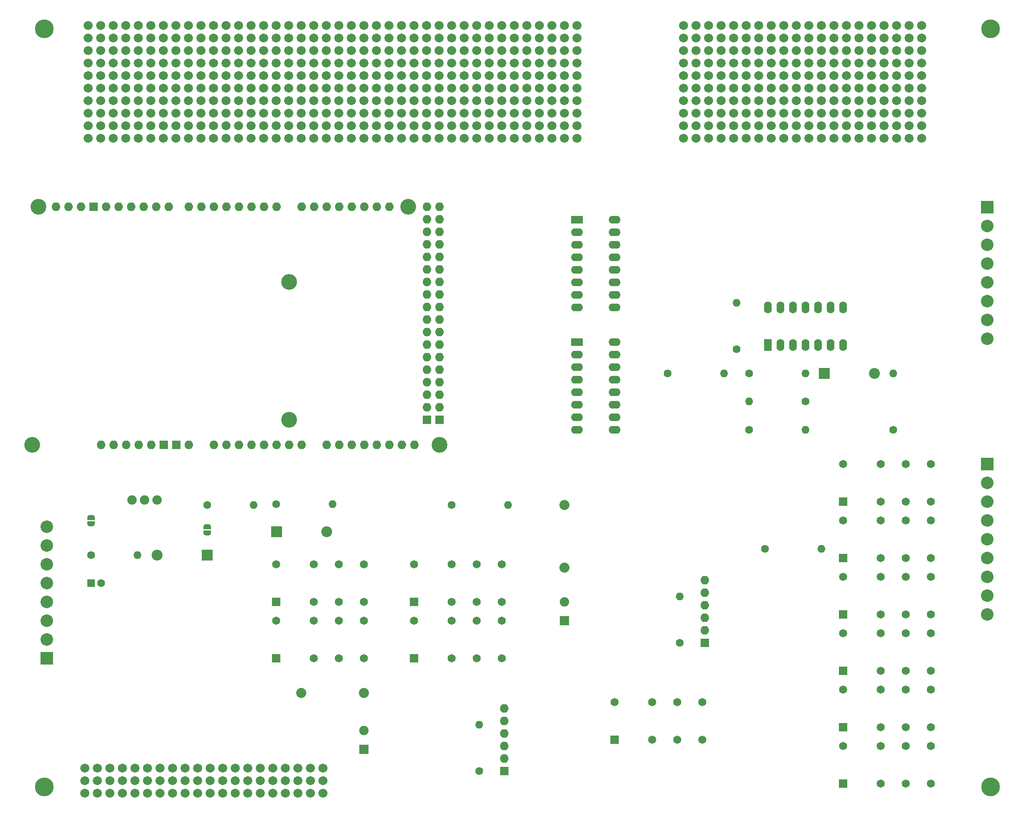
<source format=gbr>
%TF.GenerationSoftware,KiCad,Pcbnew,7.0.7*%
%TF.CreationDate,2023-09-23T16:53:28-05:00*%
%TF.ProjectId,CNH_Functional_Tester_1,434e485f-4675-46e6-9374-696f6e616c5f,B*%
%TF.SameCoordinates,Original*%
%TF.FileFunction,Soldermask,Top*%
%TF.FilePolarity,Negative*%
%FSLAX46Y46*%
G04 Gerber Fmt 4.6, Leading zero omitted, Abs format (unit mm)*
G04 Created by KiCad (PCBNEW 7.0.7) date 2023-09-23 16:53:28*
%MOMM*%
%LPD*%
G01*
G04 APERTURE LIST*
G04 Aperture macros list*
%AMFreePoly0*
4,1,19,0.500000,-0.750000,0.000000,-0.750000,0.000000,-0.744911,-0.071157,-0.744911,-0.207708,-0.704816,-0.327430,-0.627875,-0.420627,-0.520320,-0.479746,-0.390866,-0.500000,-0.250000,-0.500000,0.250000,-0.479746,0.390866,-0.420627,0.520320,-0.327430,0.627875,-0.207708,0.704816,-0.071157,0.744911,0.000000,0.744911,0.000000,0.750000,0.500000,0.750000,0.500000,-0.750000,0.500000,-0.750000,
$1*%
%AMFreePoly1*
4,1,19,0.000000,0.744911,0.071157,0.744911,0.207708,0.704816,0.327430,0.627875,0.420627,0.520320,0.479746,0.390866,0.500000,0.250000,0.500000,-0.250000,0.479746,-0.390866,0.420627,-0.520320,0.327430,-0.627875,0.207708,-0.704816,0.071157,-0.744911,0.000000,-0.744911,0.000000,-0.750000,-0.500000,-0.750000,-0.500000,0.750000,0.000000,0.750000,0.000000,0.744911,0.000000,0.744911,
$1*%
G04 Aperture macros list end*
%ADD10C,1.905000*%
%ADD11C,3.200000*%
%ADD12O,1.778000X1.778000*%
%ADD13R,1.778000X1.778000*%
%ADD14C,1.828800*%
%ADD15R,2.540000X2.540000*%
%ADD16C,2.540000*%
%ADD17R,2.200000X2.200000*%
%ADD18O,2.200000X2.200000*%
%ADD19C,1.600000*%
%ADD20O,1.600000X1.600000*%
%ADD21R,1.600000X1.600000*%
%ADD22O,2.032000X2.032000*%
%ADD23FreePoly0,90.000000*%
%ADD24FreePoly1,90.000000*%
%ADD25C,3.810000*%
%ADD26R,1.905000X1.905000*%
%ADD27R,1.651000X1.651000*%
%ADD28C,1.651000*%
%ADD29R,1.600000X2.400000*%
%ADD30O,1.600000X2.400000*%
%ADD31R,2.400000X1.600000*%
%ADD32O,2.400000X1.600000*%
%ADD33FreePoly0,270.000000*%
%ADD34FreePoly1,270.000000*%
G04 APERTURE END LIST*
D10*
%TO.C,PS1*%
X74295000Y-146975000D03*
X76835000Y-146975000D03*
X79375000Y-146975000D03*
%TD*%
D11*
%TO.C,XA1*%
X54102000Y-135763000D03*
X55372000Y-87503000D03*
D12*
X68072000Y-135763000D03*
D11*
X106172000Y-102743000D03*
X106172000Y-130683000D03*
X130302000Y-87503000D03*
X136652000Y-135763000D03*
D12*
X75692000Y-135763000D03*
X78232000Y-135763000D03*
X134112000Y-87503000D03*
X136652000Y-87503000D03*
X90932000Y-135763000D03*
X93472000Y-135763000D03*
X96012000Y-135763000D03*
X98552000Y-135763000D03*
X101092000Y-135763000D03*
X103632000Y-135763000D03*
X106172000Y-135763000D03*
X108712000Y-135763000D03*
X113792000Y-135763000D03*
X116332000Y-135763000D03*
X118872000Y-135763000D03*
X121412000Y-135763000D03*
X123952000Y-135763000D03*
X126492000Y-135763000D03*
X129032000Y-135763000D03*
X131572000Y-135763000D03*
X64008000Y-87503000D03*
X103632000Y-87503000D03*
X101092000Y-87503000D03*
X98552000Y-87503000D03*
X96012000Y-87503000D03*
X93472000Y-87503000D03*
X90932000Y-87503000D03*
X88392000Y-87503000D03*
X85852000Y-87503000D03*
X81788000Y-87503000D03*
X79248000Y-87503000D03*
X76708000Y-87503000D03*
X74168000Y-87503000D03*
X71628000Y-87503000D03*
X69088000Y-87503000D03*
X108712000Y-87503000D03*
X111252000Y-87503000D03*
X113792000Y-87503000D03*
X116332000Y-87503000D03*
X118872000Y-87503000D03*
X121412000Y-87503000D03*
X123952000Y-87503000D03*
X126492000Y-87503000D03*
X134112000Y-90043000D03*
X136652000Y-90043000D03*
X134112000Y-92583000D03*
X136652000Y-92583000D03*
X134112000Y-95123000D03*
X136652000Y-95123000D03*
X134112000Y-97663000D03*
X136652000Y-97663000D03*
X134112000Y-100203000D03*
X136652000Y-100203000D03*
X134112000Y-102743000D03*
X136652000Y-102743000D03*
X134112000Y-105283000D03*
X136652000Y-105283000D03*
X134112000Y-107823000D03*
X136652000Y-107823000D03*
X134112000Y-110363000D03*
X136652000Y-110363000D03*
X134112000Y-112903000D03*
X136652000Y-112903000D03*
X134112000Y-115443000D03*
X136652000Y-115443000D03*
X134112000Y-117983000D03*
X136652000Y-117983000D03*
X134112000Y-120523000D03*
X136652000Y-120523000D03*
X134112000Y-123063000D03*
X136652000Y-123063000D03*
X134112000Y-125603000D03*
X136652000Y-125603000D03*
X134112000Y-128143000D03*
X136652000Y-128143000D03*
D13*
X66548000Y-87503000D03*
X80772000Y-135763000D03*
X83312000Y-135763000D03*
X134112000Y-130683000D03*
X136652000Y-130683000D03*
D12*
X70612000Y-135763000D03*
X73152000Y-135763000D03*
X58928000Y-87503000D03*
X61468000Y-87503000D03*
X85852000Y-135763000D03*
%TD*%
D13*
%TO.C,SENSOR_2*%
X149733000Y-201930000D03*
D12*
X149733000Y-199390000D03*
X149733000Y-196850000D03*
X149733000Y-194310000D03*
X149733000Y-191770000D03*
X149733000Y-189230000D03*
%TD*%
D14*
%TO.C,PR13*%
X164465000Y-68580000D03*
X161925000Y-68580000D03*
X159385000Y-68580000D03*
X156845000Y-68580000D03*
X154305000Y-68580000D03*
X151765000Y-68580000D03*
X149225000Y-68580000D03*
X146685000Y-68580000D03*
X144145000Y-68580000D03*
X141605000Y-68580000D03*
X139065000Y-68580000D03*
X136525000Y-68580000D03*
X133985000Y-68580000D03*
X131445000Y-68580000D03*
X128905000Y-68580000D03*
X126365000Y-68580000D03*
X123825000Y-68580000D03*
X121285000Y-68580000D03*
X118745000Y-68580000D03*
X116205000Y-68580000D03*
%TD*%
D15*
%TO.C,J2*%
X247650000Y-139700000D03*
D16*
X247650000Y-143510000D03*
X247650000Y-147320000D03*
X247650000Y-151130000D03*
X247650000Y-154940000D03*
X247650000Y-158750000D03*
X247650000Y-162560000D03*
X247650000Y-166370000D03*
X247650000Y-170180000D03*
%TD*%
D14*
%TO.C,PR17*%
X164465000Y-58420000D03*
X161925000Y-58420000D03*
X159385000Y-58420000D03*
X156845000Y-58420000D03*
X154305000Y-58420000D03*
X151765000Y-58420000D03*
X149225000Y-58420000D03*
X146685000Y-58420000D03*
X144145000Y-58420000D03*
X141605000Y-58420000D03*
X139065000Y-58420000D03*
X136525000Y-58420000D03*
X133985000Y-58420000D03*
X131445000Y-58420000D03*
X128905000Y-58420000D03*
X126365000Y-58420000D03*
X123825000Y-58420000D03*
X121285000Y-58420000D03*
X118745000Y-58420000D03*
X116205000Y-58420000D03*
%TD*%
D17*
%TO.C,D1*%
X89535000Y-158115000D03*
D18*
X79375000Y-158115000D03*
%TD*%
D19*
%TO.C,R3*%
X199390000Y-121285000D03*
D20*
X210820000Y-121285000D03*
%TD*%
D14*
%TO.C,PR31*%
X186055000Y-68580000D03*
X188595000Y-68580000D03*
X191135000Y-68580000D03*
X193675000Y-68580000D03*
X196215000Y-68580000D03*
X198755000Y-68580000D03*
X201295000Y-68580000D03*
X203835000Y-68580000D03*
X206375000Y-68580000D03*
X208915000Y-68580000D03*
X211455000Y-68580000D03*
X213995000Y-68580000D03*
X216535000Y-68580000D03*
X219075000Y-68580000D03*
X221615000Y-68580000D03*
X224155000Y-68580000D03*
X226695000Y-68580000D03*
X229235000Y-68580000D03*
X231775000Y-68580000D03*
X234315000Y-68580000D03*
%TD*%
%TO.C,PR20*%
X164465000Y-50800000D03*
X161925000Y-50800000D03*
X159385000Y-50800000D03*
X156845000Y-50800000D03*
X154305000Y-50800000D03*
X151765000Y-50800000D03*
X149225000Y-50800000D03*
X146685000Y-50800000D03*
X144145000Y-50800000D03*
X141605000Y-50800000D03*
X139065000Y-50800000D03*
X136525000Y-50800000D03*
X133985000Y-50800000D03*
X131445000Y-50800000D03*
X128905000Y-50800000D03*
X126365000Y-50800000D03*
X123825000Y-50800000D03*
X121285000Y-50800000D03*
X118745000Y-50800000D03*
X116205000Y-50800000D03*
%TD*%
%TO.C,PR19*%
X164465000Y-53340000D03*
X161925000Y-53340000D03*
X159385000Y-53340000D03*
X156845000Y-53340000D03*
X154305000Y-53340000D03*
X151765000Y-53340000D03*
X149225000Y-53340000D03*
X146685000Y-53340000D03*
X144145000Y-53340000D03*
X141605000Y-53340000D03*
X139065000Y-53340000D03*
X136525000Y-53340000D03*
X133985000Y-53340000D03*
X131445000Y-53340000D03*
X128905000Y-53340000D03*
X126365000Y-53340000D03*
X123825000Y-53340000D03*
X121285000Y-53340000D03*
X118745000Y-53340000D03*
X116205000Y-53340000D03*
%TD*%
D19*
%TO.C,C3*%
X89535000Y-147955000D03*
D20*
X98933000Y-147955000D03*
%TD*%
D17*
%TO.C,Z1*%
X214630000Y-121285000D03*
D18*
X224790000Y-121285000D03*
%TD*%
D21*
%TO.C,C1*%
X66040000Y-163830000D03*
D19*
X68040000Y-163830000D03*
%TD*%
D22*
%TO.C,TVS1*%
X161925000Y-147955000D03*
X161925000Y-160655000D03*
%TD*%
D23*
%TO.C,JP1*%
X66040000Y-151795000D03*
D24*
X66040000Y-150495000D03*
%TD*%
D25*
%TO.C,MTH2*%
X248285000Y-205105000D03*
%TD*%
D19*
%TO.C,C5*%
X185343800Y-175895000D03*
D20*
X185343800Y-166497000D03*
%TD*%
D19*
%TO.C,R5*%
X210820000Y-127000000D03*
D20*
X199390000Y-127000000D03*
%TD*%
D14*
%TO.C,PR33*%
X186055000Y-73660000D03*
X188595000Y-73660000D03*
X191135000Y-73660000D03*
X193675000Y-73660000D03*
X196215000Y-73660000D03*
X198755000Y-73660000D03*
X201295000Y-73660000D03*
X203835000Y-73660000D03*
X206375000Y-73660000D03*
X208915000Y-73660000D03*
X211455000Y-73660000D03*
X213995000Y-73660000D03*
X216535000Y-73660000D03*
X219075000Y-73660000D03*
X221615000Y-73660000D03*
X224155000Y-73660000D03*
X226695000Y-73660000D03*
X229235000Y-73660000D03*
X231775000Y-73660000D03*
X234315000Y-73660000D03*
%TD*%
%TO.C,PR10*%
X113665000Y-50800000D03*
X111125000Y-50800000D03*
X108585000Y-50800000D03*
X106045000Y-50800000D03*
X103505000Y-50800000D03*
X100965000Y-50800000D03*
X98425000Y-50800000D03*
X95885000Y-50800000D03*
X93345000Y-50800000D03*
X90805000Y-50800000D03*
X88265000Y-50800000D03*
X85725000Y-50800000D03*
X83185000Y-50800000D03*
X80645000Y-50800000D03*
X78105000Y-50800000D03*
X75565000Y-50800000D03*
X73025000Y-50800000D03*
X70485000Y-50800000D03*
X67945000Y-50800000D03*
X65405000Y-50800000D03*
%TD*%
%TO.C,PR2*%
X113665000Y-71120000D03*
X111125000Y-71120000D03*
X108585000Y-71120000D03*
X106045000Y-71120000D03*
X103505000Y-71120000D03*
X100965000Y-71120000D03*
X98425000Y-71120000D03*
X95885000Y-71120000D03*
X93345000Y-71120000D03*
X90805000Y-71120000D03*
X88265000Y-71120000D03*
X85725000Y-71120000D03*
X83185000Y-71120000D03*
X80645000Y-71120000D03*
X78105000Y-71120000D03*
X75565000Y-71120000D03*
X73025000Y-71120000D03*
X70485000Y-71120000D03*
X67945000Y-71120000D03*
X65405000Y-71120000D03*
%TD*%
D13*
%TO.C,SENSOR_1*%
X190423000Y-175895800D03*
D12*
X190423000Y-173355800D03*
X190423000Y-170815800D03*
X190423000Y-168275800D03*
X190423000Y-165735800D03*
X190423000Y-163195800D03*
%TD*%
D14*
%TO.C,PR14*%
X164465000Y-66040000D03*
X161925000Y-66040000D03*
X159385000Y-66040000D03*
X156845000Y-66040000D03*
X154305000Y-66040000D03*
X151765000Y-66040000D03*
X149225000Y-66040000D03*
X146685000Y-66040000D03*
X144145000Y-66040000D03*
X141605000Y-66040000D03*
X139065000Y-66040000D03*
X136525000Y-66040000D03*
X133985000Y-66040000D03*
X131445000Y-66040000D03*
X128905000Y-66040000D03*
X126365000Y-66040000D03*
X123825000Y-66040000D03*
X121285000Y-66040000D03*
X118745000Y-66040000D03*
X116205000Y-66040000D03*
%TD*%
%TO.C,PR16*%
X164465000Y-60960000D03*
X161925000Y-60960000D03*
X159385000Y-60960000D03*
X156845000Y-60960000D03*
X154305000Y-60960000D03*
X151765000Y-60960000D03*
X149225000Y-60960000D03*
X146685000Y-60960000D03*
X144145000Y-60960000D03*
X141605000Y-60960000D03*
X139065000Y-60960000D03*
X136525000Y-60960000D03*
X133985000Y-60960000D03*
X131445000Y-60960000D03*
X128905000Y-60960000D03*
X126365000Y-60960000D03*
X123825000Y-60960000D03*
X121285000Y-60960000D03*
X118745000Y-60960000D03*
X116205000Y-60960000D03*
%TD*%
%TO.C,PR25*%
X186055000Y-53340000D03*
X188595000Y-53340000D03*
X191135000Y-53340000D03*
X193675000Y-53340000D03*
X196215000Y-53340000D03*
X198755000Y-53340000D03*
X201295000Y-53340000D03*
X203835000Y-53340000D03*
X206375000Y-53340000D03*
X208915000Y-53340000D03*
X211455000Y-53340000D03*
X213995000Y-53340000D03*
X216535000Y-53340000D03*
X219075000Y-53340000D03*
X221615000Y-53340000D03*
X224155000Y-53340000D03*
X226695000Y-53340000D03*
X229235000Y-53340000D03*
X231775000Y-53340000D03*
X234315000Y-53340000D03*
%TD*%
D26*
%TO.C,PSENSE_1*%
X161975000Y-171450000D03*
D10*
X161975000Y-167640000D03*
%TD*%
D14*
%TO.C,PR6*%
X113665000Y-60960000D03*
X111125000Y-60960000D03*
X108585000Y-60960000D03*
X106045000Y-60960000D03*
X103505000Y-60960000D03*
X100965000Y-60960000D03*
X98425000Y-60960000D03*
X95885000Y-60960000D03*
X93345000Y-60960000D03*
X90805000Y-60960000D03*
X88265000Y-60960000D03*
X85725000Y-60960000D03*
X83185000Y-60960000D03*
X80645000Y-60960000D03*
X78105000Y-60960000D03*
X75565000Y-60960000D03*
X73025000Y-60960000D03*
X70485000Y-60960000D03*
X67945000Y-60960000D03*
X65405000Y-60960000D03*
%TD*%
D27*
%TO.C,RLY3*%
X131445000Y-167640000D03*
D28*
X139065000Y-167640000D03*
X144145000Y-167640000D03*
X149225000Y-167640000D03*
X149225000Y-160020000D03*
X144145000Y-160020000D03*
X139065000Y-160020000D03*
X131445000Y-160020000D03*
%TD*%
D14*
%TO.C,PR8*%
X113665000Y-55880000D03*
X111125000Y-55880000D03*
X108585000Y-55880000D03*
X106045000Y-55880000D03*
X103505000Y-55880000D03*
X100965000Y-55880000D03*
X98425000Y-55880000D03*
X95885000Y-55880000D03*
X93345000Y-55880000D03*
X90805000Y-55880000D03*
X88265000Y-55880000D03*
X85725000Y-55880000D03*
X83185000Y-55880000D03*
X80645000Y-55880000D03*
X78105000Y-55880000D03*
X75565000Y-55880000D03*
X73025000Y-55880000D03*
X70485000Y-55880000D03*
X67945000Y-55880000D03*
X65405000Y-55880000D03*
%TD*%
D27*
%TO.C,RLY8*%
X218440000Y-170180000D03*
D28*
X226060000Y-170180000D03*
X231140000Y-170180000D03*
X236220000Y-170180000D03*
X236220000Y-162560000D03*
X231140000Y-162560000D03*
X226060000Y-162560000D03*
X218440000Y-162560000D03*
%TD*%
D14*
%TO.C,PR11*%
X164465000Y-73660000D03*
X161925000Y-73660000D03*
X159385000Y-73660000D03*
X156845000Y-73660000D03*
X154305000Y-73660000D03*
X151765000Y-73660000D03*
X149225000Y-73660000D03*
X146685000Y-73660000D03*
X144145000Y-73660000D03*
X141605000Y-73660000D03*
X139065000Y-73660000D03*
X136525000Y-73660000D03*
X133985000Y-73660000D03*
X131445000Y-73660000D03*
X128905000Y-73660000D03*
X126365000Y-73660000D03*
X123825000Y-73660000D03*
X121285000Y-73660000D03*
X118745000Y-73660000D03*
X116205000Y-73660000D03*
%TD*%
%TO.C,PR18*%
X164465000Y-55880000D03*
X161925000Y-55880000D03*
X159385000Y-55880000D03*
X156845000Y-55880000D03*
X154305000Y-55880000D03*
X151765000Y-55880000D03*
X149225000Y-55880000D03*
X146685000Y-55880000D03*
X144145000Y-55880000D03*
X141605000Y-55880000D03*
X139065000Y-55880000D03*
X136525000Y-55880000D03*
X133985000Y-55880000D03*
X131445000Y-55880000D03*
X128905000Y-55880000D03*
X126365000Y-55880000D03*
X123825000Y-55880000D03*
X121285000Y-55880000D03*
X118745000Y-55880000D03*
X116205000Y-55880000D03*
%TD*%
D27*
%TO.C,RLY11*%
X218440000Y-204470000D03*
D28*
X226060000Y-204470000D03*
X231140000Y-204470000D03*
X236220000Y-204470000D03*
X236220000Y-196850000D03*
X231140000Y-196850000D03*
X226060000Y-196850000D03*
X218440000Y-196850000D03*
%TD*%
D19*
%TO.C,R1*%
X202565000Y-156845000D03*
D20*
X213995000Y-156845000D03*
%TD*%
D25*
%TO.C,MTH4*%
X56515000Y-51435000D03*
%TD*%
D27*
%TO.C,RLY5*%
X172117500Y-195532500D03*
D28*
X179737500Y-195532500D03*
X184817500Y-195532500D03*
X189897500Y-195532500D03*
X189897500Y-187912500D03*
X184817500Y-187912500D03*
X179737500Y-187912500D03*
X172117500Y-187912500D03*
%TD*%
D14*
%TO.C,PR12*%
X164465000Y-71120000D03*
X161925000Y-71120000D03*
X159385000Y-71120000D03*
X156845000Y-71120000D03*
X154305000Y-71120000D03*
X151765000Y-71120000D03*
X149225000Y-71120000D03*
X146685000Y-71120000D03*
X144145000Y-71120000D03*
X141605000Y-71120000D03*
X139065000Y-71120000D03*
X136525000Y-71120000D03*
X133985000Y-71120000D03*
X131445000Y-71120000D03*
X128905000Y-71120000D03*
X126365000Y-71120000D03*
X123825000Y-71120000D03*
X121285000Y-71120000D03*
X118745000Y-71120000D03*
X116205000Y-71120000D03*
%TD*%
D17*
%TO.C,Z2*%
X103632000Y-153416000D03*
D18*
X113792000Y-153416000D03*
%TD*%
D25*
%TO.C,MTH1*%
X56515000Y-205105000D03*
%TD*%
D19*
%TO.C,R8*%
X103505000Y-147828000D03*
D20*
X114935000Y-147828000D03*
%TD*%
D19*
%TO.C,C2*%
X66031600Y-158115000D03*
D20*
X75429600Y-158115000D03*
%TD*%
D27*
%TO.C,RLY4*%
X131445000Y-179070000D03*
D28*
X139065000Y-179070000D03*
X144145000Y-179070000D03*
X149225000Y-179070000D03*
X149225000Y-171450000D03*
X144145000Y-171450000D03*
X139065000Y-171450000D03*
X131445000Y-171450000D03*
%TD*%
D14*
%TO.C,PR32*%
X186055000Y-71120000D03*
X188595000Y-71120000D03*
X191135000Y-71120000D03*
X193675000Y-71120000D03*
X196215000Y-71120000D03*
X198755000Y-71120000D03*
X201295000Y-71120000D03*
X203835000Y-71120000D03*
X206375000Y-71120000D03*
X208915000Y-71120000D03*
X211455000Y-71120000D03*
X213995000Y-71120000D03*
X216535000Y-71120000D03*
X219075000Y-71120000D03*
X221615000Y-71120000D03*
X224155000Y-71120000D03*
X226695000Y-71120000D03*
X229235000Y-71120000D03*
X231775000Y-71120000D03*
X234315000Y-71120000D03*
%TD*%
%TO.C,PR22*%
X64770000Y-201295000D03*
X67310000Y-201295000D03*
X69850000Y-201295000D03*
X72390000Y-201295000D03*
X74930000Y-201295000D03*
X77470000Y-201295000D03*
X80010000Y-201295000D03*
X82550000Y-201295000D03*
X85090000Y-201295000D03*
X87630000Y-201295000D03*
X90170000Y-201295000D03*
X92710000Y-201295000D03*
X95250000Y-201295000D03*
X97790000Y-201295000D03*
X100330000Y-201295000D03*
X102870000Y-201295000D03*
X105410000Y-201295000D03*
X107950000Y-201295000D03*
X110490000Y-201295000D03*
X113030000Y-201295000D03*
%TD*%
%TO.C,PR23*%
X64770000Y-203835000D03*
X67310000Y-203835000D03*
X69850000Y-203835000D03*
X72390000Y-203835000D03*
X74930000Y-203835000D03*
X77470000Y-203835000D03*
X80010000Y-203835000D03*
X82550000Y-203835000D03*
X85090000Y-203835000D03*
X87630000Y-203835000D03*
X90170000Y-203835000D03*
X92710000Y-203835000D03*
X95250000Y-203835000D03*
X97790000Y-203835000D03*
X100330000Y-203835000D03*
X102870000Y-203835000D03*
X105410000Y-203835000D03*
X107950000Y-203835000D03*
X110490000Y-203835000D03*
X113030000Y-203835000D03*
%TD*%
%TO.C,PR24*%
X186055000Y-50800000D03*
X188595000Y-50800000D03*
X191135000Y-50800000D03*
X193675000Y-50800000D03*
X196215000Y-50800000D03*
X198755000Y-50800000D03*
X201295000Y-50800000D03*
X203835000Y-50800000D03*
X206375000Y-50800000D03*
X208915000Y-50800000D03*
X211455000Y-50800000D03*
X213995000Y-50800000D03*
X216535000Y-50800000D03*
X219075000Y-50800000D03*
X221615000Y-50800000D03*
X224155000Y-50800000D03*
X226695000Y-50800000D03*
X229235000Y-50800000D03*
X231775000Y-50800000D03*
X234315000Y-50800000D03*
%TD*%
D26*
%TO.C,PSENSE_2*%
X121285000Y-197485000D03*
D10*
X121285000Y-193675000D03*
%TD*%
D19*
%TO.C,R6*%
X199390000Y-132715000D03*
D20*
X210820000Y-132715000D03*
%TD*%
D14*
%TO.C,PR28*%
X186055000Y-60960000D03*
X188595000Y-60960000D03*
X191135000Y-60960000D03*
X193675000Y-60960000D03*
X196215000Y-60960000D03*
X198755000Y-60960000D03*
X201295000Y-60960000D03*
X203835000Y-60960000D03*
X206375000Y-60960000D03*
X208915000Y-60960000D03*
X211455000Y-60960000D03*
X213995000Y-60960000D03*
X216535000Y-60960000D03*
X219075000Y-60960000D03*
X221615000Y-60960000D03*
X224155000Y-60960000D03*
X226695000Y-60960000D03*
X229235000Y-60960000D03*
X231775000Y-60960000D03*
X234315000Y-60960000D03*
%TD*%
D27*
%TO.C,RLY9*%
X218440000Y-181610000D03*
D28*
X226060000Y-181610000D03*
X231140000Y-181610000D03*
X236220000Y-181610000D03*
X236220000Y-173990000D03*
X231140000Y-173990000D03*
X226060000Y-173990000D03*
X218440000Y-173990000D03*
%TD*%
D14*
%TO.C,PR1*%
X113665000Y-73660000D03*
X111125000Y-73660000D03*
X108585000Y-73660000D03*
X106045000Y-73660000D03*
X103505000Y-73660000D03*
X100965000Y-73660000D03*
X98425000Y-73660000D03*
X95885000Y-73660000D03*
X93345000Y-73660000D03*
X90805000Y-73660000D03*
X88265000Y-73660000D03*
X85725000Y-73660000D03*
X83185000Y-73660000D03*
X80645000Y-73660000D03*
X78105000Y-73660000D03*
X75565000Y-73660000D03*
X73025000Y-73660000D03*
X70485000Y-73660000D03*
X67945000Y-73660000D03*
X65405000Y-73660000D03*
%TD*%
%TO.C,PR29*%
X186055000Y-63500000D03*
X188595000Y-63500000D03*
X191135000Y-63500000D03*
X193675000Y-63500000D03*
X196215000Y-63500000D03*
X198755000Y-63500000D03*
X201295000Y-63500000D03*
X203835000Y-63500000D03*
X206375000Y-63500000D03*
X208915000Y-63500000D03*
X211455000Y-63500000D03*
X213995000Y-63500000D03*
X216535000Y-63500000D03*
X219075000Y-63500000D03*
X221615000Y-63500000D03*
X224155000Y-63500000D03*
X226695000Y-63500000D03*
X229235000Y-63500000D03*
X231775000Y-63500000D03*
X234315000Y-63500000D03*
%TD*%
%TO.C,PR9*%
X113665000Y-53340000D03*
X111125000Y-53340000D03*
X108585000Y-53340000D03*
X106045000Y-53340000D03*
X103505000Y-53340000D03*
X100965000Y-53340000D03*
X98425000Y-53340000D03*
X95885000Y-53340000D03*
X93345000Y-53340000D03*
X90805000Y-53340000D03*
X88265000Y-53340000D03*
X85725000Y-53340000D03*
X83185000Y-53340000D03*
X80645000Y-53340000D03*
X78105000Y-53340000D03*
X75565000Y-53340000D03*
X73025000Y-53340000D03*
X70485000Y-53340000D03*
X67945000Y-53340000D03*
X65405000Y-53340000D03*
%TD*%
%TO.C,PR15*%
X164465000Y-63500000D03*
X161925000Y-63500000D03*
X159385000Y-63500000D03*
X156845000Y-63500000D03*
X154305000Y-63500000D03*
X151765000Y-63500000D03*
X149225000Y-63500000D03*
X146685000Y-63500000D03*
X144145000Y-63500000D03*
X141605000Y-63500000D03*
X139065000Y-63500000D03*
X136525000Y-63500000D03*
X133985000Y-63500000D03*
X131445000Y-63500000D03*
X128905000Y-63500000D03*
X126365000Y-63500000D03*
X123825000Y-63500000D03*
X121285000Y-63500000D03*
X118745000Y-63500000D03*
X116205000Y-63500000D03*
%TD*%
D22*
%TO.C,TVS2*%
X121285000Y-186055000D03*
X108585000Y-186055000D03*
%TD*%
D27*
%TO.C,RLY10*%
X218440000Y-193040000D03*
D28*
X226060000Y-193040000D03*
X231140000Y-193040000D03*
X236220000Y-193040000D03*
X236220000Y-185420000D03*
X231140000Y-185420000D03*
X226060000Y-185420000D03*
X218440000Y-185420000D03*
%TD*%
D29*
%TO.C,U3*%
X203200000Y-115570000D03*
D30*
X205740000Y-115570000D03*
X208280000Y-115570000D03*
X210820000Y-115570000D03*
X213360000Y-115570000D03*
X215900000Y-115570000D03*
X218440000Y-115570000D03*
X218440000Y-107950000D03*
X215900000Y-107950000D03*
X213360000Y-107950000D03*
X210820000Y-107950000D03*
X208280000Y-107950000D03*
X205740000Y-107950000D03*
X203200000Y-107950000D03*
%TD*%
D15*
%TO.C,J3*%
X247650000Y-87582500D03*
D16*
X247650000Y-91392500D03*
X247650000Y-95202500D03*
X247650000Y-99012500D03*
X247650000Y-102822500D03*
X247650000Y-106632500D03*
X247650000Y-110442500D03*
X247650000Y-114252500D03*
%TD*%
D27*
%TO.C,RLY2*%
X103505000Y-167640000D03*
D28*
X111125000Y-167640000D03*
X116205000Y-167640000D03*
X121285000Y-167640000D03*
X121285000Y-160020000D03*
X116205000Y-160020000D03*
X111125000Y-160020000D03*
X103505000Y-160020000D03*
%TD*%
D19*
%TO.C,C6*%
X144653000Y-201930000D03*
D20*
X144653000Y-192532000D03*
%TD*%
D14*
%TO.C,PR4*%
X113665000Y-66040000D03*
X111125000Y-66040000D03*
X108585000Y-66040000D03*
X106045000Y-66040000D03*
X103505000Y-66040000D03*
X100965000Y-66040000D03*
X98425000Y-66040000D03*
X95885000Y-66040000D03*
X93345000Y-66040000D03*
X90805000Y-66040000D03*
X88265000Y-66040000D03*
X85725000Y-66040000D03*
X83185000Y-66040000D03*
X80645000Y-66040000D03*
X78105000Y-66040000D03*
X75565000Y-66040000D03*
X73025000Y-66040000D03*
X70485000Y-66040000D03*
X67945000Y-66040000D03*
X65405000Y-66040000D03*
%TD*%
D19*
%TO.C,R2*%
X139065000Y-147955000D03*
D20*
X150495000Y-147955000D03*
%TD*%
D14*
%TO.C,PR30*%
X186055000Y-66040000D03*
X188595000Y-66040000D03*
X191135000Y-66040000D03*
X193675000Y-66040000D03*
X196215000Y-66040000D03*
X198755000Y-66040000D03*
X201295000Y-66040000D03*
X203835000Y-66040000D03*
X206375000Y-66040000D03*
X208915000Y-66040000D03*
X211455000Y-66040000D03*
X213995000Y-66040000D03*
X216535000Y-66040000D03*
X219075000Y-66040000D03*
X221615000Y-66040000D03*
X224155000Y-66040000D03*
X226695000Y-66040000D03*
X229235000Y-66040000D03*
X231775000Y-66040000D03*
X234315000Y-66040000D03*
%TD*%
D31*
%TO.C,U1*%
X164465000Y-90170000D03*
D32*
X164465000Y-92710000D03*
X164465000Y-95250000D03*
X164465000Y-97790000D03*
X164465000Y-100330000D03*
X164465000Y-102870000D03*
X164465000Y-105410000D03*
X164465000Y-107950000D03*
X172085000Y-107950000D03*
X172085000Y-105410000D03*
X172085000Y-102870000D03*
X172085000Y-100330000D03*
X172085000Y-97790000D03*
X172085000Y-95250000D03*
X172085000Y-92710000D03*
X172085000Y-90170000D03*
%TD*%
D19*
%TO.C,R4*%
X182880000Y-121285000D03*
D20*
X194310000Y-121285000D03*
%TD*%
D14*
%TO.C,PR7*%
X113665000Y-58420000D03*
X111125000Y-58420000D03*
X108585000Y-58420000D03*
X106045000Y-58420000D03*
X103505000Y-58420000D03*
X100965000Y-58420000D03*
X98425000Y-58420000D03*
X95885000Y-58420000D03*
X93345000Y-58420000D03*
X90805000Y-58420000D03*
X88265000Y-58420000D03*
X85725000Y-58420000D03*
X83185000Y-58420000D03*
X80645000Y-58420000D03*
X78105000Y-58420000D03*
X75565000Y-58420000D03*
X73025000Y-58420000D03*
X70485000Y-58420000D03*
X67945000Y-58420000D03*
X65405000Y-58420000D03*
%TD*%
D31*
%TO.C,U2*%
X164465000Y-114935000D03*
D32*
X164465000Y-117475000D03*
X164465000Y-120015000D03*
X164465000Y-122555000D03*
X164465000Y-125095000D03*
X164465000Y-127635000D03*
X164465000Y-130175000D03*
X164465000Y-132715000D03*
X172085000Y-132715000D03*
X172085000Y-130175000D03*
X172085000Y-127635000D03*
X172085000Y-125095000D03*
X172085000Y-122555000D03*
X172085000Y-120015000D03*
X172085000Y-117475000D03*
X172085000Y-114935000D03*
%TD*%
D14*
%TO.C,PR5*%
X113665000Y-63500000D03*
X111125000Y-63500000D03*
X108585000Y-63500000D03*
X106045000Y-63500000D03*
X103505000Y-63500000D03*
X100965000Y-63500000D03*
X98425000Y-63500000D03*
X95885000Y-63500000D03*
X93345000Y-63500000D03*
X90805000Y-63500000D03*
X88265000Y-63500000D03*
X85725000Y-63500000D03*
X83185000Y-63500000D03*
X80645000Y-63500000D03*
X78105000Y-63500000D03*
X75565000Y-63500000D03*
X73025000Y-63500000D03*
X70485000Y-63500000D03*
X67945000Y-63500000D03*
X65405000Y-63500000D03*
%TD*%
D25*
%TO.C,MTH3*%
X248285000Y-51435000D03*
%TD*%
D14*
%TO.C,PR21*%
X64770000Y-206375000D03*
X67310000Y-206375000D03*
X69850000Y-206375000D03*
X72390000Y-206375000D03*
X74930000Y-206375000D03*
X77470000Y-206375000D03*
X80010000Y-206375000D03*
X82550000Y-206375000D03*
X85090000Y-206375000D03*
X87630000Y-206375000D03*
X90170000Y-206375000D03*
X92710000Y-206375000D03*
X95250000Y-206375000D03*
X97790000Y-206375000D03*
X100330000Y-206375000D03*
X102870000Y-206375000D03*
X105410000Y-206375000D03*
X107950000Y-206375000D03*
X110490000Y-206375000D03*
X113030000Y-206375000D03*
%TD*%
D27*
%TO.C,RLY1*%
X103505000Y-179070400D03*
D28*
X111125000Y-179070400D03*
X116205000Y-179070400D03*
X121285000Y-179070400D03*
X121285000Y-171450400D03*
X116205000Y-171450400D03*
X111125000Y-171450400D03*
X103505000Y-171450400D03*
%TD*%
D19*
%TO.C,R7*%
X228600000Y-132715000D03*
D20*
X228600000Y-121285000D03*
%TD*%
D14*
%TO.C,PR3*%
X113665000Y-68580000D03*
X111125000Y-68580000D03*
X108585000Y-68580000D03*
X106045000Y-68580000D03*
X103505000Y-68580000D03*
X100965000Y-68580000D03*
X98425000Y-68580000D03*
X95885000Y-68580000D03*
X93345000Y-68580000D03*
X90805000Y-68580000D03*
X88265000Y-68580000D03*
X85725000Y-68580000D03*
X83185000Y-68580000D03*
X80645000Y-68580000D03*
X78105000Y-68580000D03*
X75565000Y-68580000D03*
X73025000Y-68580000D03*
X70485000Y-68580000D03*
X67945000Y-68580000D03*
X65405000Y-68580000D03*
%TD*%
D33*
%TO.C,JP2*%
X89535000Y-152400000D03*
D34*
X89535000Y-153700000D03*
%TD*%
D27*
%TO.C,RLY6*%
X218440000Y-147320000D03*
D28*
X226060000Y-147320000D03*
X231140000Y-147320000D03*
X236220000Y-147320000D03*
X236220000Y-139700000D03*
X231140000Y-139700000D03*
X226060000Y-139700000D03*
X218440000Y-139700000D03*
%TD*%
D14*
%TO.C,PR26*%
X186055000Y-55880000D03*
X188595000Y-55880000D03*
X191135000Y-55880000D03*
X193675000Y-55880000D03*
X196215000Y-55880000D03*
X198755000Y-55880000D03*
X201295000Y-55880000D03*
X203835000Y-55880000D03*
X206375000Y-55880000D03*
X208915000Y-55880000D03*
X211455000Y-55880000D03*
X213995000Y-55880000D03*
X216535000Y-55880000D03*
X219075000Y-55880000D03*
X221615000Y-55880000D03*
X224155000Y-55880000D03*
X226695000Y-55880000D03*
X229235000Y-55880000D03*
X231775000Y-55880000D03*
X234315000Y-55880000D03*
%TD*%
D19*
%TO.C,C4*%
X196850000Y-116442000D03*
D20*
X196850000Y-107044000D03*
%TD*%
D27*
%TO.C,RLY7*%
X218440000Y-158750000D03*
D28*
X226060000Y-158750000D03*
X231140000Y-158750000D03*
X236220000Y-158750000D03*
X236220000Y-151130000D03*
X231140000Y-151130000D03*
X226060000Y-151130000D03*
X218440000Y-151130000D03*
%TD*%
D14*
%TO.C,PR27*%
X186055000Y-58420000D03*
X188595000Y-58420000D03*
X191135000Y-58420000D03*
X193675000Y-58420000D03*
X196215000Y-58420000D03*
X198755000Y-58420000D03*
X201295000Y-58420000D03*
X203835000Y-58420000D03*
X206375000Y-58420000D03*
X208915000Y-58420000D03*
X211455000Y-58420000D03*
X213995000Y-58420000D03*
X216535000Y-58420000D03*
X219075000Y-58420000D03*
X221615000Y-58420000D03*
X224155000Y-58420000D03*
X226695000Y-58420000D03*
X229235000Y-58420000D03*
X231775000Y-58420000D03*
X234315000Y-58420000D03*
%TD*%
D15*
%TO.C,J1*%
X57048400Y-179070000D03*
D16*
X57048400Y-175260000D03*
X57048400Y-171450000D03*
X57048400Y-167640000D03*
X57048400Y-163830000D03*
X57048400Y-160020000D03*
X57048400Y-156210000D03*
X57048400Y-152400000D03*
%TD*%
M02*

</source>
